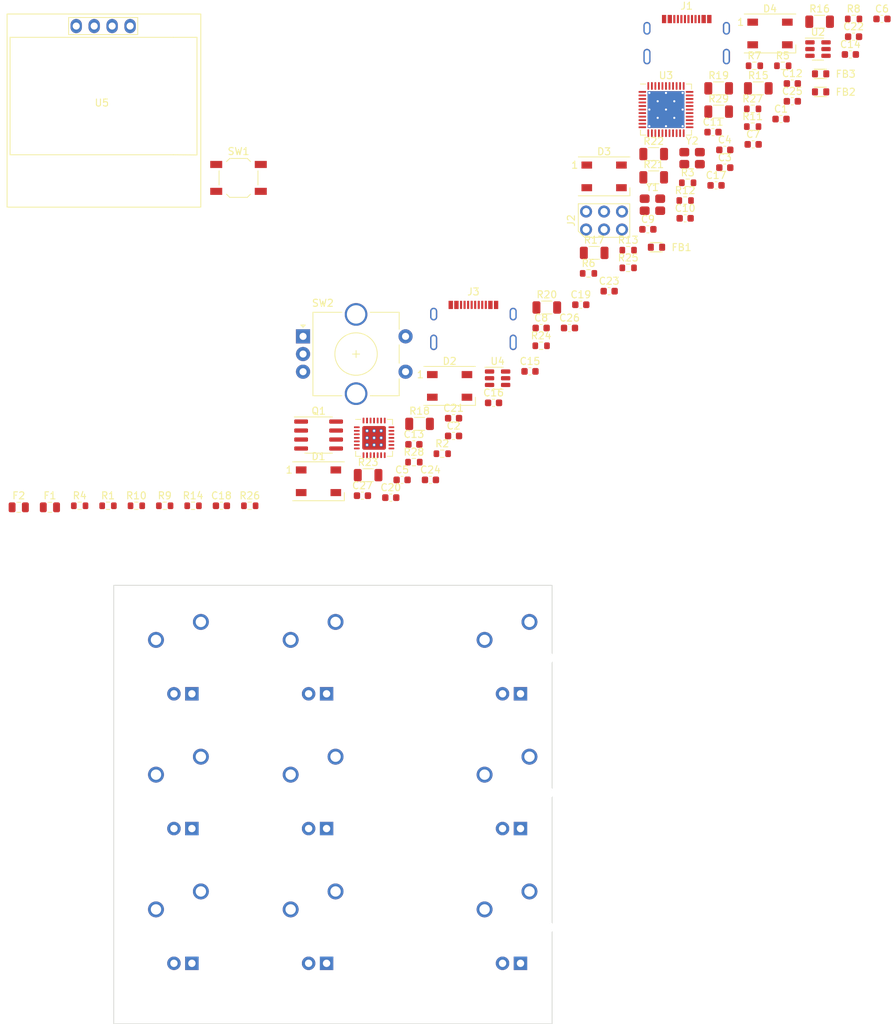
<source format=kicad_pcb>
(kicad_pcb (version 20210424) (generator pcbnew)
  (title_block (title "1337") (date "2021-05-24") (rev "2.1") (company "0xCB") (comment 1 "Conor Burns"))
  (layers (0 "F.Cu" signal) (31 "B.Cu" signal) (34 "B.Paste" user) (35 "F.Paste" user) (36 "B.SilkS" user "B.Silkscreen") (37 "F.SilkS" user "F.Silkscreen") (38 "B.Mask" user) (39 "F.Mask" user) (44 "Edge.Cuts" user))
  (net 0 "")
  (net 1 "+3.3VA")
  (net 2 "GND")
  (net 3 "Net-(C6-Pad1)")
  (net 4 "VCC")
  (net 5 "+3V3")
  (net 6 "Net-(C16-Pad2)")
  (net 7 "Net-(C17-Pad2)")
  (net 8 "Net-(C18-Pad2)")
  (net 9 "Net-(C19-Pad2)")
  (net 10 "Net-(C20-Pad1)")
  (net 11 "Net-(C21-Pad1)")
  (net 12 "EA")
  (net 13 "EB")
  (net 14 "RGB")
  (net 15 "Net-(D1-Pad2)")
  (net 16 "Net-(D2-Pad2)")
  (net 17 "Net-(D3-Pad2)")
  (net 19 "Net-(F1-Pad2)")
  (net 20 "Net-(F2-Pad2)")
  (net 21 "Net-(J1-PadA5)")
  (net 22 "Net-(J1-PadA6)")
  (net 23 "Net-(J1-PadA7)")
  (net 25 "Net-(J1-PadB5)")
  (net 27 "S6")
  (net 28 "S9")
  (net 29 "S5")
  (net 30 "RST")
  (net 31 "Net-(J3-PadA1)")
  (net 33 "Net-(J3-PadA6)")
  (net 34 "Net-(J3-PadA7)")
  (net 38 "S1")
  (net 39 "Net-(MX1-Pad4)")
  (net 40 "S2")
  (net 41 "Net-(MX2-Pad4)")
  (net 42 "S3")
  (net 43 "Net-(MX3-Pad4)")
  (net 44 "S4")
  (net 45 "Net-(MX4-Pad4)")
  (net 46 "Net-(MX5-Pad4)")
  (net 47 "Net-(MX6-Pad4)")
  (net 48 "S7")
  (net 49 "Net-(MX7-Pad4)")
  (net 50 "S8")
  (net 51 "Net-(MX8-Pad4)")
  (net 52 "Net-(MX9-Pad4)")
  (net 53 "Net-(Q1-Pad2)")
  (net 54 "Net-(Q1-Pad5)")
  (net 55 "Net-(R1-Pad2)")
  (net 56 "Net-(R4-Pad2)")
  (net 57 "Net-(R5-Pad1)")
  (net 58 "1D+")
  (net 59 "Net-(R6-Pad1)")
  (net 60 "1D-")
  (net 61 "Net-(R8-Pad2)")
  (net 62 "Net-(R9-Pad2)")
  (net 63 "Net-(R10-Pad2)")
  (net 64 "Net-(R11-Pad2)")
  (net 65 "Net-(R12-Pad2)")
  (net 66 "Net-(R13-Pad1)")
  (net 67 "Net-(R14-Pad2)")
  (net 68 "Net-(R24-Pad2)")
  (net 69 "Net-(R25-Pad2)")
  (net 70 "BL")
  (net 77 "2D+")
  (net 78 "2D-")
  (net 79 "Net-(U1-Pad2)")
  (net 80 "Net-(U1-Pad1)")
  (net 83 "SDA")
  (net 84 "SCL")
  (footprint "Capacitor_SMD:C_0603_1608Metric" (layer "F.Cu") (at 211.205 35.635)
    (fp_text reference "C22" (at 0 -1.43) (layer "F.SilkS"))
    (fp_text value "100n")
    (pad "1" smd roundrect locked (at -0.775 0) (size 0.9 0.95) (layers "F.Cu" "F.Paste" "F.Mask") (net 2 "GND"))
    (pad "2" smd roundrect locked (at 0.775 0) (size 0.9 0.95) (layers "F.Cu" "F.Paste" "F.Mask") (net 4 "VCC"))
  )
  (footprint "Capacitor_SMD:C_0603_1608Metric" (layer "F.Cu") (at 141.725 100.515)
    (fp_text reference "C27" (at 0 -1.43) (layer "F.SilkS"))
    (fp_text value "100n")
    (pad "1" smd roundrect locked (at -0.775 0) (size 0.9 0.95) (layers "F.Cu" "F.Paste" "F.Mask") (net 13 "EB"))
    (pad "2" smd roundrect locked (at 0.775 0) (size 0.9 0.95) (layers "F.Cu" "F.Paste" "F.Mask") (net 2 "GND"))
  )
  (footprint "0xcb:MXOnly-1U" (layer "F.Cu") (at 162.814 123.444)
    (fp_text reference "MX3")
    (fp_text value "MX-LED")
    (pad "" np_thru_hole circle (at 5.08 0 48.0996) (size 1.75 1.75) (drill 1.75) (layers *.Cu *.Mask))
    (pad "" np_thru_hole circle (at -5.08 0 48.0996) (size 1.75 1.75) (drill 1.75) (layers *.Cu *.Mask))
    (pad "" np_thru_hole circle (at 0 0) (size 3.9878 3.9878) (drill 3.9878) (layers *.Cu *.Mask))
    (pad "1" thru_hole circle (at -3.81 -2.54) (size 2.25 2.25) (drill 1.47) (layers *.Cu "B.Mask") (net 42 "S3"))
    (pad "2" thru_hole circle (at 2.54 -5.08) (size 2.25 2.25) (drill 1.47) (layers *.Cu "B.Mask") (net 2 "GND"))
    (pad "3" thru_hole circle (at -1.27 5.08) (size 1.905 1.905) (drill 1.04) (layers *.Cu "B.Mask") (net 4 "VCC"))
    (pad "4" thru_hole rect (at 1.27 5.08) (size 1.905 1.905) (drill 1.04) (layers *.Cu "B.Mask") (net 43 "Net-(MX3-Pad4)"))
  )
  (footprint "Capacitor_SMD:C_0603_1608Metric" (layer "F.Cu") (at 165.425 82.945)
    (fp_text reference "C15" (at 0 -1.43) (layer "F.SilkS"))
    (fp_text value "10u")
    (pad "1" smd roundrect locked (at -0.775 0) (size 0.9 0.95) (layers "F.Cu" "F.Paste" "F.Mask") (net 1 "+3.3VA"))
    (pad "2" smd roundrect locked (at 0.775 0) (size 0.9 0.95) (layers "F.Cu" "F.Paste" "F.Mask") (net 2 "GND"))
  )
  (footprint "Resistor_SMD:R_0603_1608Metric" (layer "F.Cu") (at 197.175 39.745)
    (fp_text reference "R7" (at 0 -1.43) (layer "F.SilkS"))
    (fp_text value "10k")
    (pad "1" smd roundrect locked (at -0.825 0) (size 0.8 0.95) (layers "F.Cu" "F.Paste" "F.Mask") (net 30 "RST"))
    (pad "2" smd roundrect locked (at 0.825 0) (size 0.8 0.95) (layers "F.Cu" "F.Paste" "F.Mask") (net 4 "VCC"))
  )
  (footprint "Resistor_SMD:R_0603_1608Metric" (layer "F.Cu") (at 187.735 56.285)
    (fp_text reference "R3" (at 0 -1.43) (layer "F.SilkS"))
    (fp_text value "5.1k")
    (pad "1" smd roundrect locked (at -0.825 0) (size 0.8 0.95) (layers "F.Cu" "F.Paste" "F.Mask") (net 2 "GND"))
    (pad "2" smd roundrect locked (at 0.825 0) (size 0.8 0.95) (layers "F.Cu" "F.Paste" "F.Mask") (net 25 "Net-(J1-PadB5)"))
  )
  (footprint "Capacitor_SMD:C_0603_1608Metric" (layer "F.Cu") (at 145.735 100.795)
    (fp_text reference "C20" (at 0 -1.43) (layer "F.SilkS"))
    (fp_text value "1u")
    (pad "1" smd roundrect locked (at -0.775 0) (size 0.9 0.95) (layers "F.Cu" "F.Paste" "F.Mask") (net 10 "Net-(C20-Pad1)"))
    (pad "2" smd roundrect locked (at 0.775 0) (size 0.9 0.95) (layers "F.Cu" "F.Paste" "F.Mask") (net 2 "GND"))
  )
  (footprint "Resistor_SMD:R_1206_3216Metric" (layer "F.Cu") (at 167.805 73.915)
    (fp_text reference "R20" (at 0 -1.82) (layer "F.SilkS"))
    (fp_text value "330")
    (pad "1" smd roundrect locked (at -1.4625 0) (size 1.125 1.75) (layers "F.Cu" "F.Paste" "F.Mask") (roundrect_rratio 0.222222) (net 47 "Net-(MX6-Pad4)"))
    (pad "2" smd roundrect locked (at 1.4625 0) (size 1.125 1.75) (layers "F.Cu" "F.Paste" "F.Mask") (roundrect_rratio 0.222222) (net 54 "Net-(Q1-Pad5)"))
  )
  (footprint "Resistor_SMD:R_1206_3216Metric" (layer "F.Cu") (at 149.805 90.365)
    (fp_text reference "R18" (at 0 -1.82) (layer "F.SilkS"))
    (fp_text value "330")
    (pad "1" smd roundrect locked (at -1.4625 0) (size 1.125 1.75) (layers "F.Cu" "F.Paste" "F.Mask") (roundrect_rratio 0.222222) (net 45 "Net-(MX4-Pad4)"))
    (pad "2" smd roundrect locked (at 1.4625 0) (size 1.125 1.75) (layers "F.Cu" "F.Paste" "F.Mask") (roundrect_rratio 0.222222) (net 54 "Net-(Q1-Pad5)"))
  )
  (footprint "LED_SMD:LED_WS2812B_PLCC4_5.0x5.0mm_P3.2mm" (layer "F.Cu") (at 135.51 98.48)
    (fp_text reference "D1" (at 0 -3.5) (layer "F.SilkS"))
    (fp_text value "WS2812B")
    (fp_text user "1" (at -4.15 -1.6) (layer "F.SilkS"))
    (pad "1" smd rect locked (at -2.45 -1.6) (size 1.5 1) (layers "F.Cu" "F.Paste" "F.Mask") (net 4 "VCC"))
    (pad "2" smd rect locked (at -2.45 1.6) (size 1.5 1) (layers "F.Cu" "F.Paste" "F.Mask") (net 15 "Net-(D1-Pad2)"))
    (pad "3" smd rect locked (at 2.45 1.6) (size 1.5 1) (layers "F.Cu" "F.Paste" "F.Mask") (net 2 "GND"))
    (pad "4" smd rect locked (at 2.45 -1.6) (size 1.5 1) (layers "F.Cu" "F.Paste" "F.Mask") (net 14 "RGB"))
  )
  (footprint "0xcb:MXOnly-1U" (layer "F.Cu") (at 135.382 142.494)
    (fp_text reference "MX5")
    (fp_text value "MX-LED")
    (pad "" np_thru_hole circle (at 0 0) (size 3.9878 3.9878) (drill 3.9878) (layers *.Cu *.Mask))
    (pad "" np_thru_hole circle (at 5.08 0 48.0996) (size 1.75 1.75) (drill 1.75) (layers *.Cu *.Mask))
    (pad "" np_thru_hole circle (at -5.08 0 48.0996) (size 1.75 1.75) (drill 1.75) (layers *.Cu *.Mask))
    (pad "1" thru_hole circle (at -3.81 -2.54) (size 2.25 2.25) (drill 1.47) (layers *.Cu "B.Mask") (net 29 "S5"))
    (pad "2" thru_hole circle (at 2.54 -5.08) (size 2.25 2.25) (drill 1.47) (layers *.Cu "B.Mask") (net 2 "GND"))
    (pad "3" thru_hole circle (at -1.27 5.08) (size 1.905 1.905) (drill 1.04) (layers *.Cu "B.Mask") (net 4 "VCC"))
    (pad "4" thru_hole rect (at 1.27 5.08) (size 1.905 1.905) (drill 1.04) (layers *.Cu "B.Mask") (net 46 "Net-(MX5-Pad4)"))
  )
  (footprint "Capacitor_SMD:C_0603_1608Metric" (layer "F.Cu") (at 210.745 38.145)
    (fp_text reference "C14" (at 0 -1.43) (layer "F.SilkS"))
    (fp_text value "100n")
    (pad "1" smd roundrect locked (at -0.775 0) (size 0.9 0.95) (layers "F.Cu" "F.Paste" "F.Mask") (net 5 "+3V3"))
    (pad "2" smd roundrect locked (at 0.775 0) (size 0.9 0.95) (layers "F.Cu" "F.Paste" "F.Mask") (net 2 "GND"))
  )
  (footprint "Resistor_SMD:R_0603_1608Metric" (layer "F.Cu") (at 105.735 101.945)
    (fp_text reference "R1" (at 0 -1.43) (layer "F.SilkS"))
    (fp_text value "10k")
    (pad "1" smd roundrect locked (at -0.825 0) (size 0.8 0.95) (layers "F.Cu" "F.Paste" "F.Mask") (net 5 "+3V3"))
    (pad "2" smd roundrect locked (at 0.825 0) (size 0.8 0.95) (layers "F.Cu" "F.Paste" "F.Mask") (net 55 "Net-(R1-Pad2)"))
  )
  (footprint "Capacitor_SMD:C_0603_1608Metric" (layer "F.Cu") (at 154.615 92.075)
    (fp_text reference "C2" (at 0 -1.43) (layer "F.SilkS"))
    (fp_text value "100n")
    (pad "1" smd roundrect locked (at -0.775 0) (size 0.9 0.95) (layers "F.Cu" "F.Paste" "F.Mask") (net 1 "+3.3VA"))
    (pad "2" smd roundrect locked (at 0.775 0) (size 0.9 0.95) (layers "F.Cu" "F.Paste" "F.Mask") (net 2 "GND"))
  )
  (footprint "Capacitor_SMD:C_0603_1608Metric" (layer "F.Cu") (at 200.935 47.275)
    (fp_text reference "C1" (at 0 -1.43) (layer "F.SilkS"))
    (fp_text value "100n")
    (pad "1" smd roundrect locked (at -0.775 0) (size 0.9 0.95) (layers "F.Cu" "F.Paste" "F.Mask") (net 1 "+3.3VA"))
    (pad "2" smd roundrect locked (at 0.775 0) (size 0.9 0.95) (layers "F.Cu" "F.Paste" "F.Mask") (net 2 "GND"))
  )
  (footprint "Package_SO:SOIC-8_3.9x4.9mm_P1.27mm" (layer "F.Cu") (at 135.525 91.945)
    (fp_text reference "Q1" (at 0 -3.4) (layer "F.SilkS"))
    (fp_text value "FDS9926A")
    (pad "1" smd roundrect locked (at -2.475 -1.905) (size 1.95 0.6) (layers "F.Cu" "F.Paste" "F.Mask") (net 2 "GND"))
    (pad "2" smd roundrect locked (at -2.475 -0.635) (size 1.95 0.6) (layers "F.Cu" "F.Paste" "F.Mask") (net 53 "Net-(Q1-Pad2)"))
    (pad "3" smd roundrect locked (at -2.475 0.635) (size 1.95 0.6) (layers "F.Cu" "F.Paste" "F.Mask") (net 2 "GND"))
    (pad "4" smd roundrect locked (at -2.475 1.905) (size 1.95 0.6) (layers "F.Cu" "F.Paste" "F.Mask") (net 53 "Net-(Q1-Pad2)"))
    (pad "5" smd roundrect locked (at 2.475 1.905) (size 1.95 0.6) (layers "F.Cu" "F.Paste" "F.Mask") (net 54 "Net-(Q1-Pad5)"))
    (pad "6" smd roundrect locked (at 2.475 0.635) (size 1.95 0.6) (layers "F.Cu" "F.Paste" "F.Mask") (net 54 "Net-(Q1-Pad5)"))
    (pad "7" smd roundrect locked (at 2.475 -0.635) (size 1.95 0.6) (layers "F.Cu" "F.Paste" "F.Mask") (net 54 "Net-(Q1-Pad5)"))
    (pad "8" smd roundrect locked (at 2.475 -1.905) (size 1.95 0.6) (layers "F.Cu" "F.Paste" "F.Mask") (net 54 "Net-(Q1-Pad5)"))
  )
  (footprint "Capacitor_SMD:C_0603_1608Metric" (layer "F.Cu") (at 160.275 87.395)
    (fp_text reference "C16" (at 0 -1.43) (layer "F.SilkS"))
    (fp_text value "22p")
    (pad "1" smd roundrect locked (at -0.775 0) (size 0.9 0.95) (layers "F.Cu" "F.Paste" "F.Mask") (net 2 "GND"))
    (pad "2" smd roundrect locked (at 0.775 0) (size 0.9 0.95) (layers "F.Cu" "F.Paste" "F.Mask") (net 6 "Net-(C16-Pad2)"))
  )
  (footprint "Resistor_SMD:R_0603_1608Metric" (layer "F.Cu") (at 117.765 101.945)
    (fp_text reference "R14" (at 0 -1.43) (layer "F.SilkS"))
    (fp_text value "10k")
    (pad "1" smd roundrect locked (at -0.825 0) (size 0.8 0.95) (layers "F.Cu" "F.Paste" "F.Mask") (net 2 "GND"))
    (pad "2" smd roundrect locked (at 0.825 0) (size 0.8 0.95) (layers "F.Cu" "F.Paste" "F.Mask") (net 67 "Net-(R14-Pad2)"))
  )
  (footprint "0xcb:Fuse_0805_2012Metric" (layer "F.Cu") (at 93.105 102.165)
    (fp_text reference "F2" (at 0 -1.65) (layer "F.SilkS"))
    (fp_text value "500mA")
    (pad "1" smd roundrect (at -0.9375 0) (size 0.975 1.4) (layers "F.Cu" "F.Paste" "F.Mask") (net 11 "Net-(C21-Pad1)"))
    (pad "2" smd roundrect (at 0.9375 0) (size 0.975 1.4) (layers "F.Cu" "F.Paste" "F.Mask") (net 20 "Net-(F2-Pad2)"))
  )
  (footprint "Resistor_SMD:R_1206_3216Metric" (layer "F.Cu") (at 206.395 33.515)
    (fp_text reference "R16" (at 0 -1.82) (layer "F.SilkS"))
    (fp_text value "330")
    (pad "1" smd roundrect locked (at -1.4625 0) (size 1.125 1.75) (layers "F.Cu" "F.Paste" "F.Mask") (roundrect_rratio 0.222222) (net 41 "Net-(MX2-Pad4)"))
    (pad "2" smd roundrect locked (at 1.4625 0) (size 1.125 1.75) (layers "F.Cu" "F.Paste" "F.Mask") (roundrect_rratio 0.222222) (net 54 "Net-(Q1-Pad5)"))
  )
  (footprint "Resistor_SMD:R_0603_1608Metric" (layer "F.Cu") (at 125.785 101.945)
    (fp_text reference "R26" (at 0 -1.43) (layer "F.SilkS"))
    (fp_text value "10k")
    (pad "1" smd roundrect locked (at -0.825 0) (size 0.8 0.95) (layers "F.Cu" "F.Paste" "F.Mask") (net 12 "EA"))
    (pad "2" smd roundrect locked (at 0.825 0) (size 0.8 0.95) (layers "F.Cu" "F.Paste" "F.Mask") (net 68 "Net-(R24-Pad2)"))
  )
  (footprint "0xcb:MXOnly-1U" (layer "F.Cu") (at 135.382 123.444)
    (fp_text reference "MX2")
    (fp_text value "MX-LED")
    (pad "" np_thru_hole circle (at -5.08 0 48.0996) (size 1.75 1.75) (drill 1.75) (layers *.Cu *.Mask))
    (pad "" np_thru_hole circle (at 5.08 0 48.0996) (size 1.75 1.75) (drill 1.75) (layers *.Cu *.Mask))
    (pad "" np_thru_hole circle (at 0 0) (size 3.9878 3.9878) (drill 3.9878) (layers *.Cu *.Mask))
    (pad "1" thru_hole circle (at -3.81 -2.54) (size 2.25 2.25) (drill 1.47) (layers *.Cu "B.Mask") (net 40 "S2"))
    (pad "2" thru_hole circle (at 2.54 -5.08) (size 2.25 2.25) (drill 1.47) (layers *.Cu "B.Mask") (net 2 "GND"))
    (pad "3" thru_hole circle (at -1.27 5.08) (size 1.905 1.905) (drill 1.04) (layers *.Cu "B.Mask") (net 4 "VCC"))
    (pad "4" thru_hole rect (at 1.27 5.08) (size 1.905 1.905) (drill 1.04) (layers *.Cu "B.Mask") (net 41 "Net-(MX2-Pad4)"))
  )
  (footprint "0xcb:MXOnly-1U" (layer "F.Cu") (at 162.814 142.494)
    (fp_text reference "MX6")
    (fp_text value "MX-LED")
    (pad "" np_thru_hole circle (at 5.08 0 48.0996) (size 1.75 1.75) (drill 1.75) (layers *.Cu *.Mask))
    (pad "" np_thru_hole circle (at 0 0) (size 3.9878 3.9878) (drill 3.9878) (layers *.Cu *.Mask))
    (pad "" np_thru_hole circle (at -5.08 0 48.0996) (size 1.75 1.75) (drill 1.75) (layers *.Cu *.Mask))
    (pad "1" thru_hole circle (at -3.81 -2.54) (size 2.25 2.25) (drill 1.47) (layers *.Cu "B.Mask") (net 27 "S6"))
    (pad "2" thru_hole circle (at 2.54 -5.08) (size 2.25 2.25) (drill 1.47) (layers *.Cu "B.Mask") (net 2 "GND"))
    (pad "3" thru_hole circle (at -1.27 5.08) (size 1.905 1.905) (drill 1.04) (layers *.Cu "B.Mask") (net 4 "VCC"))
    (pad "4" thru_hole rect (at 1.27 5.08) (size 1.905 1.905) (drill 1.04) (layers *.Cu "B.Mask") (net 47 "Net-(MX6-Pad4)"))
  )
  (footprint "Resistor_SMD:R_0603_1608Metric" (layer "F.Cu") (at 109.745 101.945)
    (fp_text reference "R10" (at 0 -1.43) (layer "F.SilkS"))
    (fp_text value "10k")
    (pad "1" smd roundrect locked (at -0.825 0) (size 0.8 0.95) (layers "F.Cu" "F.Paste" "F.Mask") (net 5 "+3V3"))
    (pad "2" smd roundrect locked (at 0.825 0) (size 0.8 0.95) (layers "F.Cu" "F.Paste" "F.Mask") (net 63 "Net-(R10-Pad2)"))
  )
  (footprint "Capacitor_SMD:C_0603_1608Metric" (layer "F.Cu") (at 182.105 62.865)
    (fp_text reference "C9" (at 0 -1.43) (layer "F.SilkS"))
    (fp_text value "100n")
    (pad "1" smd roundrect locked (at -0.775 0) (size 0.9 0.95) (layers "F.Cu" "F.Paste" "F.Mask") (net 4 "VCC"))
    (pad "2" smd roundrect locked (at 0.775 0) (size 0.9 0.95) (layers "F.Cu" "F.Paste" "F.Mask") (net 2 "GND"))
  )
  (footprint "Capacitor_SMD:C_0603_1608Metric" (layer "F.Cu") (at 151.345 98.285)
    (fp_text reference "C24" (at 0 -1.43) (layer "F.SilkS"))
    (fp_text value "100n")
    (pad "1" smd roundrect locked (at -0.775 0) (size 0.9 0.95) (layers "F.Cu" "F.Paste" "F.Mask") (net 2 "GND"))
    (pad "2" smd roundrect locked (at 0.775 0) (size 0.9 0.95) (layers "F.Cu" "F.Paste" "F.Mask") (net 4 "VCC"))
  )
  (footprint "Package_TO_SOT_SMD:SOT-23-6" (layer "F.Cu") (at 206.165 37.385)
    (fp_text reference "U2" (at 0 -2.4) (layer "F.SilkS"))
    (fp_text value "USBLC6-2SC6")
    (pad "1" smd roundrect locked (at -1.1375 -0.95) (size 1.325 0.6) (layers "F.Cu" "F.Paste" "F.Mask") (net 23 "Net-(J1-PadA7)"))
    (pad "2" smd roundrect locked (at -1.1375 0) (size 1.325 0.6) (layers "F.Cu" "F.Paste" "F.Mask") (net 2 "GND"))
    (pad "3" smd roundrect locked (at -1.1375 0.95) (size 1.325 0.6) (layers "F.Cu" "F.Paste" "F.Mask") (net 22 "Net-(J1-PadA6)"))
    (pad "4" smd roundrect locked (at 1.1375 0.95) (size 1.325 0.6) (layers "F.Cu" "F.Paste" "F.Mask") (net 79 "Net-(U1-Pad2)"))
    (pad "5" smd roundrect locked (at 1.1375 0) (size 1.325 0.6) (layers "F.Cu" "F.Paste" "F.Mask") (net 3 "Net-(C6-Pad1)"))
    (pad "6" smd roundrect locked (at 1.1375 -0.95) (size 1.325 0.6) (layers "F.Cu" "F.Paste" "F.Mask") (net 80 "Net-(U1-Pad1)"))
  )
  (footprint "0xcb:Ferrite_Bead_0603" (layer "F.Cu") (at 206.54 43.435)
    (fp_text reference "FB2" (at 3.542 0.028) (layer "F.SilkS"))
    (fp_text value "600R" hide)
    (pad "1" smd roundrect (at -0.8 0) (size 0.85 1) (layers "F.Cu" "F.Paste" "F.Mask") (roundrect_rratio 0.2) (net 5 "+3V3"))
    (pad "2" smd roundrect (at 0.8 0) (size 0.85 1) (layers "F.Cu" "F.Paste" "F.Mask") (roundrect_rratio 0.2) (net 1 "+3.3VA"))
  )
  (footprint "0xcb:HRO-TYPE-C-31-M-13" (layer "F.Cu") (at 187.595 40.545)
    (fp_text reference "J1" (at 0 -9.25) (layer "F.SilkS"))
    (fp_text value "USB_IN")
    (pad "A1" smd rect (at -3.2 -7.4) (size 0.6 1.15) (layers "F.Cu" "F.Paste" "F.Mask") (net 2 "GND"))
    (pad "A4" smd rect (at -2.4 -7.4) (size 0.6 1.15) (layers "F.Cu" "F.Paste" "F.Mask") (net 3 "Net-(C6-Pad1)"))
    (pad "A5" smd rect (at -1.25 -7.4) (size 0.3 1.15) (layers "F.Cu" "F.Paste" "F.Mask") (net 21 "Net-(J1-PadA5)"))
    (pad "A6" smd rect (at -0.25 -7.4) (size 0.3 1.15) (layers "F.Cu" "F.Paste" "F.Mask") (net 22 "Net-(J1-PadA6)"))
    (pad "A7" smd rect (at 0.25 -7.4) (size 0.3 1.15) (layers "F.Cu" "F.Paste" "F.Mask") (net 23 "Net-(J1-PadA7)"))
    (pad "A8" smd rect (at 1.25 -7.4) (size 0.3 1.15) (layers "F.Cu" "F.Paste" "F.Mask"))
    (pad "A9" smd rect (at 2.4 -7.4) (size 0.6 1.15) (layers "F.Cu" "F.Paste" "F.Mask") (net 3 "Net-(C6-Pad1)"))
    (pad "A12" smd rect (at 3.2 -7.4) (size 0.6 1.15) (layers "F.Cu" "F.Paste" "F.Mask") (net 2 "GND"))
    (pad "B1" smd rect (at 3.2 -7.4) (size 0.6 1.15) (layers "F.Cu" "F.Paste" "F.Mask") (net 2 "GND"))
    (pad "B4" smd rect (at 2.4 -7.4) (size 0.6 1.15) (layers "F.Cu" "F.Paste" "F.Mask") (net 3 "Net-(C6-Pad1)"))
    (pad "B5" smd rect (at 1.75 -7.4) (size 0.3 1.15) (layers "F.Cu" "F.Paste" "F.Mask") (net 25 "Net-(J1-PadB5)"))
    (pad "B6" smd rect (at 0.75 -7.4) (size 0.3 1.15) (layers "F.Cu" "F.Paste" "F.Mask") (net 22 "Net-(J1-PadA6)"))
    (pad "B7" smd rect (at -0.75 -7.4) (size 0.3 1.15) (layers "F.Cu" "F.Paste" "F.Mask") (net 23 "Net-(J1-PadA7)"))
    (pad "B8" smd rect (at -1.75 -7.4) (size 0.3 1.15) (layers "F.Cu" "F.Paste" "F.Mask"))
    (pad "B9" smd rect (at -2.4 -7.4) (size 0.6 1.15) (layers "F.Cu" "F.Paste" "F.Mask") (net 3 "Net-(C6-Pad1)"))
    (pad "B12" smd rect (at -3.2 -7.4) (size 0.6 1.15) (layers "F.Cu" "F.Paste" "F.Mask") (net 2 "GND"))
    (pad "S1" thru_hole oval (at -5.62 -6.1) (size 1 1.8) (drill oval 0.6 1.4) (layers *.Cu *.Mask) (net 2 "GND"))
    (pad "S1" thru_hole oval (at 5.62 -2.1) (size 1 2.2) (drill oval 0.6 1.8) (layers *.Cu *.Mask) (net 2 "GND"))
    (pad "S1" thru_hole oval (at 5.62 -6.1) (size 1 1.8) (drill oval 0.6 1.4) (layers *.Cu *.Mask) (net 2 "GND"))
    (pad "S1" thru_hole oval (at -5.62 -2.1) (size 1 2.2) (drill oval 0.6 1.8) (layers *.Cu *.Mask) (net 2 "GND"))
  )
  (footprint "Resistor_SMD:R_1206_3216Metric" (layer "F.Cu") (at 182.925 55.515)
    (fp_text reference "R21" (at 0 -1.82) (layer "F.SilkS"))
    (fp_text value "330")
    (pad "1" smd roundrect locked (at -1.4625 0) (size 1.125 1.75) (layers "F.Cu" "F.Paste" "F.Mask") (roundrect_rratio 0.222222) (net 49 "Net-(MX7-Pad4)"))
    (pad "2" smd roundrect locked (at 1.4625 0) (size 1.125 1.75) (layers "F.Cu" "F.Paste" "F.Mask") (roundrect_rratio 0.222222) (net 54 "Net-(Q1-Pad5)"))
  )
  (footprint "Capacitor_SMD:C_0603_1608Metric" (layer "F.Cu") (at 154.615 89.565)
    (fp_text reference "C21" (at 0 -1.43) (layer "F.SilkS"))
    (fp_text value "100n")
    (pad "1" smd roundrect locked (at -0.775 0) (size 0.9 0.95) (layers "F.Cu" "F.Paste" "F.Mask") (net 11 "Net-(C21-Pad1)"))
    (pad "2" smd roundrect locked (at 0.775 0) (size 0.9 0.95) (layers "F.Cu" "F.Paste" "F.Mask") (net 2 "GND"))
  )
  (footprint "Resistor_SMD:R_1206_3216Metric" (layer "F.Cu") (at 182.925 52.225)
    (fp_text reference "R22" (at 0 -1.82) (layer "F.SilkS"))
    (fp_text value "330")
    (pad "1" smd roundrect locked (at -1.4625 0) (size 1.125 1.75) (layers "F.Cu" "F.Paste" "F.Mask") (roundrect_rratio 0.222222) (net 51 "Net-(MX8-Pad4)"))
    (pad "2" smd roundrect locked (at 1.4625 0) (size 1.125 1.75) (layers "F.Cu" "F.Paste" "F.Mask") (roundrect_rratio 0.222222) (net 54 "Net-(Q1-Pad5)"))
  )
  (footprint "Resistor_SMD:R_0603_1608Metric" (layer "F.Cu") (at 167.005 79.325)
    (fp_text reference "R24" (at 0 -1.43) (layer "F.SilkS"))
    (fp_text value "10k")
    (pad "1" smd roundrect locked (at -0.825 0) (size 0.8 0.95) (layers "F.Cu" "F.Paste" "F.Mask") (net 4 "VCC"))
    (pad "2" smd roundrect locked (at 0.825 0) (size 0.8 0.95) (layers "F.Cu" "F.Paste" "F.Mask") (net 68 "Net-(R24-Pad2)"))
  )
  (footprint "0xcb:Crystal_SMD_3225-4Pin_3.2x2.5mm" (layer "F.Cu") (at 182.745 59.385)
    (fp_text reference "Y1" (at 0 -2.45) (layer "F.SilkS"))
    (fp_text value "12MHz")
    (pad "1" smd roundrect (at -1.1 0.85) (size 1.4 1.2) (layers "F.Cu" "F.Paste" "F.Mask") (net 6 "Net-(C16-Pad2)"))
    (pad "2" smd roundrect (at 1.1 0.85) (size 1.4 1.2) (layers "F.Cu" "F.Paste" "F.Mask") (net 2 "GND"))
    (pad "3" smd roundrect (at 1.1 -0.85) (size 1.4 1.2) (layers "F.Cu" "F.Paste" "F.Mask") (net 7 "Net-(C17-Pad2)"))
    (pad "4" smd roundrect (at -1.1 -0.85) (size 1.4 1.2) (layers "F.Cu" "F.Paste" "F.Mask") (net 2 "GND"))
  )
  (footprint "LED_SMD:LED_WS2812B_PLCC4_5.0x5.0mm_P3.2mm" (layer "F.Cu") (at 199.38 35.18)
    (fp_text reference "D4" (at 0 -3.5) (layer "F.SilkS"))
    (fp_text value "WS2812B")
    (fp_text user "1" (at -4.15 -1.6) (layer "F.SilkS"))
    (pad "1" smd rect locked (at -2.45 -1.6) (size 1.5 1) (layers "F.Cu" "F.Paste" "F.Mask") (net 4 "VCC"))
    (pad "2" smd rect locked (at -2.45 1.6) (size 1.5 1) (layers "F.Cu" "F.Paste" "F.Mask"))
    (pad "3" smd rect locked (at 2.45 1.6) (size 1.5 1) (layers "F.Cu" "F.Paste" "F.Mask") (net 2 "GND"))
    (pad "4" smd rect locked (at 2.45 -1.6) (size 1.5 1) (layers "F.Cu" "F.Paste" "F.Mask") (net 17 "Net-(D3-Pad2)"))
  )
  (footprint "Capacitor_SMD:C_0603_1608Metric" (layer "F.Cu") (at 196.995 50.855)
    (fp_text reference "C7" (at 0 -1.43) (layer "F.SilkS"))
    (fp_text value "100n")
    (pad "1" smd roundrect locked (at -0.775 0) (size 0.9 0.95) (layers "F.Cu" "F.Paste" "F.Mask") (net 4 "VCC"))
    (pad "2" smd roundrect locked (at 0.775 0) (size 0.9 0.95) (layers "F.Cu" "F.Paste" "F.Mask") (net 2 "GND"))
  )
  (footprint "Capacitor_SMD:C_0603_1608Metric" (layer "F.Cu") (at 171.015 76.815)
    (fp_text reference "C26" (at 0 -1.43) (layer "F.SilkS"))
    (fp_text value "100n")
    (pad "1" smd roundrect locked (at -0.775 0) (size 0.9 0.95) (layers "F.Cu" "F.Paste" "F.Mask") (net 12 "EA"))
    (pad "2" smd roundrect locked (at 0.775 0) (size 0.9 0.95) (layers "F.Cu" "F.Paste" "F.Mask") (net 2 "GND"))
  )
  (footprint "0xcb:HRO-TYPE-C-31-M-13" (layer "F.Cu") (at 157.425 80.945)
    (fp_text reference "J3" (at 0 -9.25) (layer "F.SilkS"))
    (fp_text value "USB_OUT")
    (pad "A1" smd rect (at -3.2 -7.4) (size 0.6 1.15) (layers "F.Cu" "F.Paste" "F.Mask") (net 31 "Net-(J3-PadA1)"))
    (pad "A4" smd rect (at -2.4 -7.4) (size 0.6 1.15) (layers "F.Cu" "F.Paste" "F.Mask") (net 11 "Net-(C21-Pad1)"))
    (pad "A5" smd rect (at -1.25 -7.4) (size 0.3 1.15) (layers "F.Cu" "F.Paste" "F.Mask"))
    (pad "A6" smd rect (at -0.25 -7.4) (size 0.3 1.15) (layers "F.Cu" "F.Paste" "F.Mask") (net 33 "Net-(J3-PadA6)"))
    (pad "A7" smd rect (at 0.25 -7.4) (size 0.3 1.15) (layers "F.Cu" "F.Paste" "F.Mask") (net 34 "Net-(J3-PadA7)"))
    (pad "A8" smd rect (at 1.25 -7.4) (size 0.3 1.15) (layers "F.Cu" "F.Paste" "F.Mask"))
    (pad "A9" smd rect (at 2.4 -7.4) (size 0.6 1.15) (layers "F.Cu" "F.Paste" "F.Mask") (net 11 "Net-(C21-Pad1)"))
    (pad "A12" smd rect (at 3.2 -7.4) (size 0.6 1.15) (layers "F.Cu" "F.Paste" "F.Mask") (net 31 "Net-(J3-PadA1)"))
    (pad "B1" smd rect (at 3.2 -7.4) (size 0.6 1.15) (layers "F.Cu" "F.Paste" "F.Mask") (net 31 "Net-(J3-PadA1)"))
    (pad "B4" smd rect (at 2.4 -7.4) (size 0.6 1.15) (layers "F.Cu" "F.Paste" "F.Mask") (net 11 "Net-(C21-Pad1)"))
    (pad "B5" smd rect (at 1.75 -7.4) (size 0.3 1.15) (layers "F.Cu" "F.Paste" "F.Mask"))
    (pad "B6" smd rect (at 0.75 -7.4) (size 0.3 1.15) (layers "F.Cu" "F.Paste" "F.Mask") (net 33 "Net-(J3-PadA6)"))
    (pad "B7" smd rect (at -0.75 -7.4) (size 0.3 1.15) (layers "F.Cu" "F.Paste" "F.Mask") (net 34 "Net-(J3-PadA7)"))
    (pad "B8" smd rect (at -1.75 -7.4) (size 0.3 1.15) (layers "F.Cu" "F.Paste" "F.Mask"))
    (pad "B9" smd rect (at -2.4 -7.4) (size 0.6 1.15) (layers "F.Cu" "F.Paste" "F.Mask") (net 11 "Net-(C21-Pad1)"))
    (pad "B12" smd rect (at -3.2 -7.4) (size 0.6 1.15) (layers "F.Cu" "F.Paste" "F.Mask") (net 31 "Net-(J3-PadA1)"))
    (pad "S1" thru_hole oval (at 5.62 -2.1) (size 1 2.2) (drill oval 0.6 1.8) (layers *.Cu *.Mask) (net 31 "Net-(J3-PadA1)"))
    (pad "S1" thru_hole oval (at -5.62 -2.1) (size 1 2.2) (drill oval 0.6 1.8) (layers *.Cu *.Mask) (net 31 "Net-(J3-PadA1)"))
    (pad "S1" thru_hole oval (at -5.62 -6.1) (size 1 1.8) (drill oval 0.6 1.4) (layers *.Cu *.Mask) (net 31 "Net-(J3-PadA1)"))
    (pad "S1" thru_hole oval (at 5.62 -6.1) (size 1 1.8) (drill oval 0.6 1.4) (layers *.Cu *.Mask) (net 31 "Net-(J3-PadA1)"))
  )
  (footprint "0xcb:QFN-44-1EP_7x7mm_P0.5mm_EP5.2x5.2mm_ThermalVias" (layer "F.Cu") (at 184.665 45.935)
    (fp_text reference "U3" (at 0 -4.82) (layer "F.SilkS"))
    (fp_text value "ATMEGA32U4")
    (pad "1" smd roundrect (at -3.3375 -2.5) (size 1.075 0.25) (layers "F.Cu" "F.Paste" "F.Mask") (net 48 "S7"))
    (pad "2" smd roundrect (at -3.3375 -2) (size 1.075 0.25) (layers "F.Cu" "F.Paste" "F.Mask") (net 4 "VCC"))
    (pad "3" smd roundrect (at -3.3375 -1.5) (size 1.075 0.25) (layers "F.Cu" "F.Paste" "F.Mask") (net 59 "Net-(R6-Pad1)"))
    (pad "4" smd roundrect (at -3.3375 -1) (size 1.075 0.25) (layers "F.Cu" "F.Paste" "F.Mask") (net 57 "Net-(R5-Pad1)"))
    (pad "5" smd roundrect (at -3.3375 -0.5) (size 1.075 0.25) (layers "F.Cu" "F.Paste" "F.Mask") (net 2 "GND"))
    (pad "6" smd roundrect (at -3.3375 0) (size 1.075 0.25) (layers "F.Cu" "F.Paste" "F.Mask") (net 10 "Net-(C20-Pad1)"))
    (pad "7" smd roundrect (at -3.3375 0.5) (size 1.075 0.25) (layers "F.Cu" "F.Paste" "F.Mask") (net 4 "VCC"))
    (pad "8" smd roundrect (at -3.3375 1) (size 1.075 0.25) (layers "F.Cu" "F.Paste" "F.Mask"))
    (pad "9" smd roundrect (at -3.3375 1.5) (size 1.075 0.25) (layers "F.Cu" "F.Paste" "F.Mask") (net 29 "S5"))
    (pad "10" smd roundrect (at -3.3375 2) (size 1.075 0.25) (layers "F.Cu" "F.Paste" "F.Mask") (net 28 "S9"))
    (pad "11" smd roundrect (at -3.3375 2.5) (size 1.075 0.25) (layers "F.Cu" "F.Paste" "F.Mask") (net 27 "S6"))
    (pad "12" smd roundrect (at -2.5 3.3375) (size 0.25 1.075) (layers "F.Cu" "F.Paste" "F.Mask"))
    (pad "13" smd roundrect (at -2 3.3375) (size 0.25 1.075) (layers "F.Cu" "F.Paste" "F.Mask") (net 30 "RST"))
    (pad "14" smd roundrect (at -1.5 3.3375) (size 0.25 1.075) (layers "F.Cu" "F.Paste" "F.Mask") (net 4 "VCC"))
    (pad "15" smd roundrect (at -1 3.3375) (size 0.25 1.075) (layers "F.Cu" "F.Paste" "F.Mask") (net 2 "GND"))
    (pad "16" smd roundrect (at -0.5 3.3375) (size 0.25 1.075) (layers "F.Cu" "F.Paste" "F.Mask") (net 8 "Net-(C18-Pad2)"))
    (pad "17" smd roundrect (at 0 3.3375) (size 0.25 1.075) (layers "F.Cu" "F.Paste" "F.Mask") (net 9 "Net-(C19-Pad2)"))
    (pad "18" smd roundrect (at 0.5 3.3375) (size 0.25 1.075) (layers "F.Cu" "F.Paste" "F.Mask") (net 83 "SDA"))
    (pad "19" smd roundrect (at 1 3.3375) (size 0.25 1.075) (layers "F.Cu" "F.Paste" "F.Mask") (net 84 "SCL"))
    (pad "20" smd roundrect (at 1.5 3.3375) (size 0.25 1.075) (layers "F.Cu" "F.Paste" "F.Mask") (net 38 "S1"))
    (pad "21" smd roundrect (at 2 3.3375) (size 0.25 1.075) (layers "F.Cu" "F.Paste" "F.Mask") (net 14 "RGB"))
    (pad "22" smd roundrect (at 2.5 3.3375) (size 0.25 1.075) (layers "F.Cu" "F.Paste" "F.Mask"))
    (pad "23" smd roundrect (at 3.3375 2.5) (size 1.075 0.25) (layers "F.Cu" "F.Paste" "F.Mask") (net 2 "GND"))
    (pad "24" smd roundrect (at 3.3375 2) (size 1.075 0.25) (layers "F.Cu" "F.Paste" "F.Mask") (net 4 "VCC"))
    (pad "25" smd roundrect (at 3.3375 1.5) (size 1.075 0.25) (layers "F.Cu" "F.Paste" "F.Mask") (net 40 "S2"))
    (pad "26" smd roundrect (at 3.3375 1) (size 1.075 0.25) (layers "F.Cu" "F.Paste" "F.Mask"))
    (pad "27" smd roundrect (at 3.3375 0.5) (size 1.075 0.25) (layers "F.Cu" "F.Paste" "F.Mask") (net 44 "S4"))
    (pad "28" smd roundrect (at 3.3375 0) (size 1.075 0.25) (layers "F.Cu" "F.Paste" "F.Mask") (net 50 "S8"))
    (pad "29" smd roundrect (at 3.3375 -0.5) (size 1.075 0.25) (layers "F.Cu" "F.Paste" "F.Mask") (net 70 "BL"))
    (pad "30" smd roundrect (at 3.3375 -1) (size 1.075 0.25) (layers "F.Cu" "F.Paste" "F.Mask"))
    (pad "31" smd roundrect (at 3.3375 -1.5) (size 1.075 0.25) (layers "F.Cu" "F.Paste" "F.Mask"))
    (pad "32" smd roundrect (at 3.3375 -2) (size 1.075 0.25) (layers "F.Cu" "F.Paste" "F.Mask"))
    (pad "33" smd roundrect (at 3.3375 -2.5) (size 1.075 0.25) (layers "F.Cu" "F.Paste" "F.Mask") (net 67 "Net-(R14-Pad2)"))
    (pad "34" smd roundrect (at 2.5 -3.3375) (size 0.25 1.075) (layers "F.Cu" "F.Paste" "F.Mask") (net 4 "VCC"))
    (pad "35" smd roundrect (at 2 -3.3375) (size 0.25 1.075) (layers "F.Cu" "F.Paste" "F.Mask") (net 2 "GND"))
    (pad "36" smd roundrect (at 1.5 -3.3375) (size 0.25 1.075) (layers "F.Cu" "F.Paste" "F.Mask"))
    (pad "37" smd roundrect (at 1 -3.3375) (size 0.25 1.075) (layers "F.Cu" "F.Paste" "F.Mask") (net 13 "EB"))
    (pad "38" smd roundrect (at 0.5 -3.3375) (size 0.25 1.075) (layers "F.Cu" "F.Paste" "F.Mask") (net 12 "EA"))
    (pad "39" smd roundrect (at 0 -3.3375) (size 0.25 1.075) (layers "F.Cu" "F.Paste" "F.Mask") (net 42 "S3"))
    (pad "40" smd roundrect (at -0.5 -3.3375) (size 0.25 1.075) (layers "F.Cu" "F.Paste" "F.Mask"))
    (pad "41" smd roundrect (at -1 -3.3375) (size 0.25 1.075) (layers "F.Cu" "F.Paste" "F.Mask"))
    (pad "42" smd roundrect (at -1.5 -3.3375) (size 0.25 1.075) (layers "F.Cu" "F.Paste" "F.Mask"))
    (pad "43" smd roundrect (at -2 -3.3375) (size 0.25 1.075) (layers "F.Cu" "F.Paste" "F.Mask") (net 2 "GND"))
    (pad "44" smd roundrect (at -2.5 -3.3375) (size 0.25 1.075) (layers "F.Cu" "F.Paste" "F.Mask") (net 4 "VCC"))
    (pad "45" thru_hole circle (at 2.35 -2.35) (size 0.5 0.5) (drill 0.3) (layers *.Cu) (net 2 "GND"))
    (pad "45" smd rect (at 0 0) (size 5.2 5.2) (layers "F.Cu" "F.Mask") (net 2 "GND"))
    (pad "45" thru_hole circle (at 1.175 -1.175) (size 0.5 0.5) (drill 0.3) (layers *.Cu) (net 2 "GND"))
    (pad "45" thru_hole circle (at 2.35 0) (size 0.5 0.5) (drill 0.3) (layers *.Cu) (net 2 "GND"))
    (pad "45" thru_hole circle (at 2.35 2.35) (size 0.5 0.5) (drill 0.3) (layers *.Cu) (net 2 "GND"))
    (pad "45" thru_hole circle (at 0 -2.35) (size 0.5 0.5) (drill 0.3) (layers *.Cu) (net 2 "GND"))
    (pad "45" smd rect (at 0 0) (size 5.2 5.2) (layers "B.Cu") (net 2 "GND"))
    (pad "45" thru_hole circle (at 0 2.35) (size 0.5 0.5) (drill 0.3) (layers *.Cu) (net 2 "GND"))
    (pad "45" thru_hole circle (at -1.175 -1.175) (size 0.5 0.5) (drill 0.3) (layers *.Cu) (net 2 "GND"))
    (pad "45" thru_hole circle (at -1.175 1.175) (size 0.5 0.5) (drill 0.3) (layers *.Cu) (net 2 "GND"))
    (pad "45" thru_hole circle (at -2.35 0) (size 0.5 0.5) (drill 0.3) (layers *.Cu) (net 2 "GND"))
    (pad "45" thru_hole circle (at 1.175 1.175) (size 0.5 0.5) (drill 0.3) (layers *.Cu) (net 2 "GND"))
    (pad "45" thru_hole circle (at 0 0) (size 0.5 0.5) (drill 0.3) (layers *.Cu) (net 2 "GND"))
    (pad "45" thru_hole circle (at -2.35 -2.35) (size 0.5 0.5) (drill 0.3) (layers *.Cu) (net 2 "GND"))
    (pad "45" thru_hole circle (at -2.35 2.35) (size 0.5 0.5) (drill 0.3) (layers *.Cu) (net 2 "GND"))
  )
  (footprint "Capacitor_SMD:C_0603_1608Metric" (layer "F.Cu") (at 149.005 93.265)
    (fp_text reference "C13" (at 0 -1.43) (layer "F.SilkS"))
    (fp_text value "100n")
    (pad "1" smd roundrect locked (at -0.775 0) (size 0.9 0.95) (layers "F.Cu" "F.Paste" "F.Mask") (net 5 "+3V3"))
    (pad "2" smd roundrect locked (at 0.775 0) (size 0.9 0.95) (layers "F.Cu" "F.Paste" "F.Mask") (net 2 "GND"))
  )
  (footprint "Capacitor_SMD:C_0603_1608Metric" (layer "F.Cu") (at 176.625 71.605)
    (fp_text reference "C23" (at 0 -1.43) (layer "F.SilkS"))
    (fp_text value "100n")
    (pad "1" smd roundrect locked (at -0.775 0) (size 0.9 0.95) (layers "F.Cu" "F.Paste" "F.Mask") (net 2 "GND"))
    (pad "2" smd roundrect locked (at 0.775 0) (size 0.9 0.95) (layers "F.Cu" "F.Paste" "F.Mask") (net 4 "VCC"))
  )
  (footprint "0xcb:Ferrite_Bead_0603" (layer "F.Cu") (at 183.32 65.395)
    (fp_text reference "FB1" (at 3.542 0.028) (layer "F.SilkS"))
    (fp_text value "600R" hide)
    (pad "1" smd roundrect (at -0.8 0) (size 0.85 1) (layers "F.Cu" "F.Paste" "F.Mask") (roundrect_rratio 0.2) (net 19 "Net-(F1-Pad2)"))
    (pad "2" smd roundrect (at 0.8 0) (size 0.85 1) (layers "F.Cu" "F.Paste" "F.Mask") (roundrect_rratio 0.2) (net 4 "VCC"))
  )
  (footprint "Capacitor_SMD:C_0603_1608Metric" (layer "F.Cu") (at 192.985 51.635)
    (fp_text reference "C4" (at 0 -1.43) (layer "F.SilkS"))
    (fp_text value "1u")
    (pad "1" smd roundrect locked (at -0.775 0) (size 0.9 0.95) (layers "F.Cu" "F.Paste" "F.Mask") (net 1 "+3.3VA"))
    (pad "2" smd roundrect locked (at 0.775 0) (size 0.9 0.95) (layers "F.Cu" "F.Paste" "F.Mask") (net 2 "GND"))
  )
  (footprint "LED_SMD:LED_WS2812B_PLCC4_5.0x5.0mm_P3.2mm" (layer "F.Cu") (at 154.06 85)
    (fp_text reference "D2" (at 0 -3.5) (layer "F.SilkS"))
    (fp_text value "WS2812B")
    (fp_text user "1" (at -4.15 -1.6) (layer "F.SilkS"))
    (pad "1" smd rect locked (at -2.45 -1.6) (size 1.5 1) (layers "F.Cu" "F.Paste" "F.Mask") (net 4 "VCC"))
    (pad "2" smd rect locked (at -2.45 1.6) (size 1.5 1) (layers "F.Cu" "F.Paste" "F.Mask") (net 16 "Net-(D2-Pad2)"))
    (pad "3" smd rect locked (at 2.45 1.6) (size 1.5 1) (layers "F.Cu" "F.Paste" "F.Mask") (net 2 "GND"))
    (pad "4" smd rect locked (at 2.45 -1.6) (size 1.5 1) (layers "F.Cu" "F.Paste" "F.Mask") (net 15 "Net-(D1-Pad2)"))
  )
  (footprint "Resistor_SMD:R_0603_1608Metric" (layer "F.Cu") (at 113.755 101.945)
    (fp_text reference "R9" (at 0 -1.43) (layer "F.SilkS"))
    (fp_text value "10k")
    (pad "1" smd roundrect locked (at -0.825 0) (size 0.8 0.95) (layers "F.Cu" "F.Paste" "F.Mask") (net 5 "+3V3"))
    (pad "2" smd roundrect locked (at 0.825 0) (size 0.8 0.95) (layers "F.Cu" "F.Paste" "F.Mask") (net 62 "Net-(R9-Pad2)"))
  )
  (footprint "Package_TO_SOT_SMD:SOT-23-6" (layer "F.Cu") (at 160.845 83.915)
    (fp_text reference "U4" (at 0 -2.4) (layer "F.SilkS"))
    (fp_text value "USBLC6-2SC6")
    (pad "1" smd roundrect locked (at -1.1375 -0.95) (size 1.325 0.6) (layers "F.Cu" "F.Paste" "F.Mask") (net 34 "Net-(J3-PadA7)"))
    (pad "2" smd roundrect locked (at -1.1375 0) (size 1.325 0.6) (layers "F.Cu" "F.Paste" "F.Mask") (net 2 "GND"))
    (pad "3" smd roundrect locked (at -1.1375 0.95) (size 1.325 0.6) (layers "F.Cu" "F.Paste" "F.Mask") (net 33 "Net-(J3-PadA6)"))
    (pad "4" smd roundrect locked (at 1.1375 0.95) (size 1.325 0.6) (layers "F.Cu" "F.Paste" "F.Mask") (net 77 "2D+"))
    (pad "5" smd roundrect locked (at 1.1375 0) (size 1.325 0.6) (layers "F.Cu" "F.Paste" "F.Mask") (net 11 "Net-(C21-Pad1)"))
    (pad "6" smd roundrect locked (at 1.1375 -0.95) (size 1.325 0.6) (layers "F.Cu" "F.Paste" "F.Mask") (net 78 "2D-"))
  )
  (footprint "Resistor_SMD:R_0603_1608Metric" (layer "F.Cu") (at 196.925 48.345)
    (fp_text reference "R11" (at 0 -1.43) (layer "F.SilkS"))
    (fp_text value "10k")
    (pad "1" smd roundrect locked (at -0.825 0) (size 0.8 0.95) (layers "F.Cu" "F.Paste" "F.Mask") (net 5 "+3V3"))
    (pad "2" smd roundrect locked (at 0.825 0) (size 0.8 0.95) (layers "F.Cu" "F.Paste" "F.Mask") (net 64 "Net-(R11-Pad2)"))
  )
  (footprint "Capacitor_SMD:C_0603_1608Metric" (layer "F.Cu") (at 192.985 54.145)
    (fp_text reference "C3" (at 0 -1.43) (layer "F.SilkS"))
    (fp_text value "100n")
    (pad "1" smd roundrect locked (at -0.775 0) (size 0.9 0.95) (layers "F.Cu" "F.Paste" "F.Mask") (net 1 "+3.3VA"))
    (pad "2" smd roundrect locked (at 0.775 0) (size 0.9 0.95) (layers "F.Cu" "F.Paste" "F.Mask") (net 2 "GND"))
  )
  (footprint "0xcb:MXOnly-1U" (layer "F.Cu") (at 116.332 142.494)
    (fp_text reference "MX4")
    (fp_text value "MX-LED")
    (pad "" np_thru_hole circle (at 0 0) (size 3.9878 3.9878) (drill 3.9878) (layers *.Cu *.Mask))
    (pad "" np_thru_hole circle (at 5.08 0 48.0996) (size 1.75 1.75) (drill 1.75) (layers *.Cu *.Mask))
    (pad "" np_thru_hole circle (at -5.08 0 48.0996) (size 1.75 1.75) (drill 1.75) (layers *.Cu *.Mask))
    (pad "1" thru_hole circle (at -3.81 -2.54) (size 2.25 2.25) (drill 1.47) (layers *.Cu "B.Mask") (net 44 "S4"))
    (pad "2" thru_hole circle (at 2.54 -5.08) (size 2.25 2.25) (drill 1.47) (layers *.Cu "B.Mask") (net 2 "GND"))
    (pad "3" thru_hole circle (at -1.27 5.08) (size 1.905 1.905) (drill 1.04) (layers *.Cu "B.Mask") (net 4 "VCC"))
    (pad "4" thru_hole rect (at 1.27 5.08) (size 1.905 1.905) (drill 1.04) (layers *.Cu "B.Mask") (net 45 "Net-(MX4-Pad4)"))
  )
  (footprint "Resistor_SMD:R_0603_1608Metric" (layer "F.Cu") (at 179.315 68.315)
    (fp_text reference "R25" (at 0 -1.43) (layer "F.SilkS"))
    (fp_text value "10k")
    (pad "1" smd roundrect locked (at -0.825 0) (size 0.8 0.95) (layers "F.Cu" "F.Paste" "F.Mask") (net 4 "VCC"))
    (pad "2" smd roundrect locked (at 0.825 0) (size 0.8 0.95) (layers "F.Cu" "F.Paste" "F.Mask") (net 69 "Net-(R25-Pad2)"))
  )
  (footprint "0xcb:MXOnly-1U" (layer "F.Cu") (at 116.332 123.444)
    (fp_text reference "MX1")
    (fp_text value "MX-LED")
    (pad "" np_thru_hole circle (at 5.08 0 48.0996) (size 1.75 1.75) (drill 1.75) (layers *.Cu *.Mask))
    (pad "" np_thru_hole circle (at 0 0) (size 3.9878 3.9878) (drill 3.9878) (layers *.Cu *.Mask))
    (pad "" np_thru_hole circle (at -5.08 0 48.0996) (size 1.75 1.75) (drill 1.75) (layers *.Cu *.Mask))
    (pad "1" thru_hole circle (at -3.81 -2.54) (size 2.25 2.25) (drill 1.47) (layers *.Cu "B.Mask") (net 38 "S1"))
    (pad "2" thru_hole circle (at 2.54 -5.08) (size 2.25 2.25) (drill 1.47) (layers *.Cu "B.Mask") (net 2 "GND"))
    (pad "3" thru_hole circle (at -1.27 5.08) (size 1.905 1.905) (drill 1.04) (layers *.Cu "B.Mask") (net 4 "VCC"))
    (pad "4" thru_hole rect (at 1.27 5.08) (size 1.905 1.905) (drill 1.04) (layers *.Cu "B.Mask") (net 39 "Net-(MX1-Pad4)"))
  )
  (footprint "Resistor_SMD:R_1206_3216Metric" (layer "F.Cu") (at 174.505 66.195)
    (fp_text reference "R17" (at 0 -1.82) (layer "F.SilkS"))
    (fp_text value "330")
    (pad "1" smd roundrect locked (at -1.4625 0) (size 1.125 1.75) (layers "F.Cu" "F.Paste" "F.Mask") (roundrect_rratio 0.222222) (net 43 "Net-(MX3-Pad4)"))
    (pad "2" smd roundrect locked (at 1.4625 0) (size 1.125 1.75) (layers "F.Cu" "F.Paste" "F.Mask") (roundrect_rratio 0.222222) (net 54 "Net-(Q1-Pad5)"))
  )
  (footprint "Resistor_SMD:R_0603_1608Metric" (layer "F.Cu") (at 179.315 65.805)
    (fp_text reference "R13" (at 0 -1.43) (layer "F.SilkS"))
    (fp_text value "649")
    (pad "1" smd roundrect locked (at -0.825 0) (size 0.8 0.95) (layers "F.Cu" "F.Paste" "F.Mask") (net 66 "Net-(R13-Pad1)"))
    (pad "2" smd roundrect locked (at 0.825 0) (size 0.8 0.95) (layers "F.Cu" "F.Paste" "F.Mask") (net 2 "GND"))
  )
  (footprint "0xcb:128x64OLED" (layer "F.Cu") (at 104.86 44.73)
    (fp_text reference "U5" (at 0 0.254) (layer "F.SilkS"))
    (fp_text value "SSD1306")
    (pad "1" thru_hole oval (at -3.62 -10.6 90) (size 2 1.6) (drill 1) (layers *.Cu *.Mask) (net 2 "GND"))
    (pad "2" thru_hole oval (at -1.08 -10.6 90) (size 2 1.6) (drill 1) (layers *.Cu *.Mask) (net 4 "VCC"))
    (pad "3" thru_hole oval (at 1.46 -10.6 90) (size 2 1.6) (drill 1) (layers *.Cu *.Mask) (net 84 "SCL"))
    (pad "4" thru_hole oval (at 4 -10.6 90) (size 2 1.6) (drill 1) (layers *.Cu *.Mask) (net 83 "SDA"))
  )
  (footprint "0xcb:MXOnly-1U" (layer "F.Cu") (at 116.332 161.544)
    (fp_text reference "MX7")
    (fp_text value "MX-LED")
    (pad "" np_thru_hole circle (at 0 0) (size 3.9878 3.9878) (drill 3.9878) (layers *.Cu *.Mask))
    (pad "" np_thru_hole circle (at -5.08 0 48.0996) (size 1.75 1.75) (drill 1.75) (layers *.Cu *.Mask))
    (pad "" np_thru_hole circle (at 5.08 0 48.0996) (size 1.75 1.75) (drill 1.75) (layers *.Cu *.Mask))
    (pad "1" thru_hole circle (at -3.81 -2.54) (size 2.25 2.25) (drill 1.47) (layers *.Cu "B.Mask") (net 48 "S7"))
    (pad "2" thru_hole circle (at 2.54 -5.08) (size 2.25 2.25) (drill 1.47) (layers *.Cu "B.Mask") (net 2 "GND"))
    (pad "3" thru_hole circle (at -1.27 5.08) (size 1.905 1.905) (drill 1.04) (layers *.Cu "B.Mask") (net 4 "VCC"))
    (pad "4" thru_hole rect (at 1.27 5.08) (size 1.905 1.905) (drill 1.04) (layers *.Cu "B.Mask") (net 49 "Net-(MX7-Pad4)"))
  )
  (footprint "0xcb:MXOnly-1U" (layer "F.Cu") (at 135.382 161.544)
    (fp_text reference "MX8")
    (fp_text value "MX-LED")
    (pad "" np_thru_hole circle (at -5.08 0 48.0996) (size 1.75 1.75) (drill 1.75) (layers *.Cu *.Mask))
    (pad "" np_thru_hole circle (at 5.08 0 48.0996) (size 1.75 1.75) (drill 1.75) (layers *.Cu *.Mask))
    (pad "" np_thru_hole circle (at 0 0) (size 3.9878 3.9878) (drill 3.9878) (layers *.Cu *.Mask))
    (pad "1" thru_hole circle (at -3.81 -2.54) (size 2.25 2.25) (drill 1.47) (layers *.Cu "B.Mask") (net 50 "S8"))
    (pad "2" thru_hole circle (at 2.54 -5.08) (size 2.25 2.25) (drill 1.47) (layers *.Cu "B.Mask") (net 2 "GND"))
    (pad "3" thru_hole circle (at -1.27 5.08) (size 1.905 1.905) (drill 1.04) (layers *.Cu "B.Mask") (net 4 "VCC"))
    (pad "4" thru_hole rect (at 1.27 5.08) (size 1.905 1.905) (drill 1.04) (layers *.Cu "B.Mask") (net 51 "Net-(MX8-Pad4)"))
  )
  (footprint "Button_Switch_SMD:SW_SPST_TL3342" (layer "F.Cu") (at 124.195 55.595)
    (fp_text reference "SW1" (at 0 -3.75) (layer "F.SilkS"))
    (fp_text value "SW_Push")
    (pad "1" smd rect locked (at 3.15 -1.9) (size 1.7 1) (layers "F.Cu" "F.Paste" "F.Mask") (net 2 "GND"))
    (pad "1" smd rect locked (at -3.15 -1.9) (size 1.7 1) (layers "F.Cu" "F.Paste" "F.Mask") (net 2 "GND"))
    (pad "2" smd rect locked (at 3.15 1.9) (size 1.7 1) (layers "F.Cu" "F.Paste" "F.Mask") (net 30 "RST"))
    (pad "2" smd rect locked (at -3.15 1.9) (size 1.7 1) (layers "F.Cu" "F.Paste" "F.Mask") (net 30 "RST"))
  )
  (footprint "0xcb:AVR_PROG_2.54_THT" (layer "F.Cu") (at 175.9 61.62)
    (fp_text reference "J2" (at -4.64 0 90) (layer "F.SilkS"))
    (fp_text value "AVR-ISP-6")
    (pad "1" thru_hole circle (at -2.54 1.27) (size 1.7 1.7) (drill 1) (layers *.Cu *.Mask) (net 27 "S6"))
    (pad "2" thru_hole circle (at -2.54 -1.27) (size 1.7 1.7) (drill 1) (layers *.Cu *.Mask) (net 4 "VCC"))
    (pad "3" thru_hole circle (at 0 1.27) (size 1.7 1.7) (drill 1) (layers *.Cu *.Mask) (net 29 "S5"))
    (pad "4" thru_hole circle (at 0 -1.27) (size 1.7 1.7) (drill 1) (layers *.Cu *.Mask) (net 28 "S9"))
    (pad "5" thru_hole circle (at 2.54 1.27) (size 1.7 1.7) (drill 1) (layers *.Cu *.Mask) (net 30 "RST"))
    (pad "6" thru_hole circle (at 2.54 -1.27) (size 1.7 1.7) (drill 1) (layers *.Cu *.Mask) (net 2 "GND"))
  )
  (footprint "Resistor_SMD:R_1206_3216Metric" (layer "F.Cu") (at 142.525 97.615)
    (fp_text reference "R23" (at 0 -1.82) (layer "F.SilkS"))
    (fp_text value "330")
    (pad "1" smd roundrect locked (at -1.4625 0) (size 1.125 1.75) (layers "F.Cu" "F.Paste" "F.Mask") (roundrect_rratio 0.222222) (net 52 "Net-(MX9-Pad4)"))
    (pad "2" smd roundrect locked (at 1.4625 0) (size 1.125 1.75) (layers "F.Cu" "F.Paste" "F.Mask") (roundrect_rratio 0.222222) (net 54 "Net-(Q1-Pad5)"))
  )
  (footprint "Capacitor_SMD:C_0603_1608Metric" (layer "F.Cu") (at 147.335 98.285)
    (fp_text reference "C5" (at 0 -1.43) (layer "F.SilkS"))
    (fp_text value "1u")
    (pad "1" smd roundrect locked (at -0.775 0) (size 0.9 0.95) (layers "F.Cu" "F.Paste" "F.Mask") (net 1 "+3.3VA"))
    (pad "2" smd roundrect locked (at 0.775 0) (size 0.9 0.95) (layers "F.Cu" "F.Paste" "F.Mask") (net 2 "GND"))
  )
  (footprint "0xcb:Ferrite_Bead_0603" (layer "F.Cu") (at 206.54 40.885)
    (fp_text reference "FB3" (at 3.542 0.028) (layer "F.SilkS"))
    (fp_text value "600R" hide)
    (pad "1" smd roundrect (at -0.8 0) (size 0.85 1) (layers "F.Cu" "F.Paste" "F.Mask") (roundrect_rratio 0.2) (net 20 "Net-(F2-Pad2)"))
    (pad "2" smd roundrect (at 0.8 0) (size 0.85 1) (layers "F.Cu" "F.Paste" "F.Mask") (roundrect_rratio 0.2) (net 4 "VCC"))
  )
  (footprint "Resistor_SMD:R_0603_1608Metric" (layer "F.Cu") (at 173.705 69.095)
    (fp_text reference "R6" (at 0 -1.43) (layer "F.SilkS"))
    (fp_text value "22")
    (pad "1" smd roundrect locked (at -0.825 0) (size 0.8 0.95) (layers "F.Cu" "F.Paste" "F.Mask") (net 59 "Net-(R6-Pad1)"))
    (pad "2" smd roundrect locked (at 0.825 0) (size 0.8 0.95) (layers "F.Cu" "F.Paste" "F.Mask") (net 60 "1D-"))
  )
  (footprint "Capacitor_SMD:C_0603_1608Metric" (layer "F.Cu") (at 215.215 33.125)
    (fp_text reference "C6" (at 0 -1.43) (layer "F.SilkS"))
    (fp_text value "100n")
    (pad "1" smd roundrect locked (at -0.775 0) (size 0.9 0.95) (layers "F.Cu" "F.Paste" "F.Mask") (net 3 "Net-(C6-Pad1)"))
    (pad "2" smd roundrect locked (at 0.775 0) (size 0.9 0.95) (layers "F.Cu" "F.Paste" "F.Mask") (net 2 "GND"))
  )
  (footprint "0xcb:Fuse_0805_2012Metric" (layer "F.Cu") (at 97.515 102.165)
    (fp_text reference "F1" (at 0 -1.65) (layer "F.SilkS"))
    (fp_text value "1A")
    (pad "1" smd roundrect (at -0.9375 0) (size 0.975 1.4) (layers "F.Cu" "F.Paste" "F.Mask") (net 3 "Net-(C6-Pad1)"))
    (pad "2" smd roundrect (at 0.9375 0) (size 0.975 1.4) (layers "F.Cu" "F.Paste" "F.Mask") (net 19 "Net-(F1-Pad2)"))
  )
  (footprint "Capacitor_SMD:C_0603_1608Metric" (layer "F.Cu") (at 202.535 44.765)
    (fp_text reference "C25" (at 0 -1.43) (layer "F.SilkS"))
    (fp_text value "100n")
    (pad "1" smd roundrect locked (at -0.775 0) (size 0.9 0.95) (layers "F.Cu" "F.Paste" "F.Mask") (net 2 "GND"))
    (pad "2" smd roundrect locked (at 0.775 0) (size 0.9 0.95) (layers "F.Cu" "F.Paste" "F.Mask") (net 4 "VCC"))
  )
  (footprint "LED_SMD:LED_WS2812B_PLCC4_5.0x5.0mm_P3.2mm" (layer "F.Cu") (at 175.91 55.38)
    (fp_text reference "D3" (at 0 -3.5) (layer "F.SilkS"))
    (fp_text value "WS2812B")
    (fp_text user "1" (at -4.15 -1.6) (layer "F.SilkS"))
    (pad "1" smd rect locked (at -2.45 -1.6) (size 1.5 1) (layers "F.Cu" "F.Paste" "F.Mask") (net 4 "VCC"))
    (pad "2" smd rect locked (at -2.45 1.6) (size 1.5 1) (layers "F.Cu" "F.Paste" "F.Mask") (net 17 "Net-(D3-Pad2)"))
    (pad "3" smd rect locked (at 2.45 1.6) (size 1.5 1) (layers "F.Cu" "F.Paste" "F.Mask") (net 2 "GND"))
    (pad "4" smd rect locked (at 2.45 -1.6) (size 1.5 1) (layers "F.Cu" "F.Paste" "F.Mask") (net 16 "Net-(D2-Pad2)"))
  )
  (footprint "Resistor_SMD:R_0603_1608Metric" (layer "F.Cu") (at 187.375 58.795)
    (fp_text reference "R12" (at 0 -1.43) (layer "F.SilkS"))
    (fp_text value "10k")
    (pad "1" smd roundrect locked (at -0.825 0) (size 0.8 0.95) (layers "F.Cu" "F.Paste" "F.Mask") (net 2 "GND"))
    (pad "2" smd roundrect locked (at 0.825 0) (size 0.8 0.95) (layers "F.Cu" "F.Paste" "F.Mask") (net 65 "Net-(R12-Pad2)"))
  )
  (footprint "Capacitor_SMD:C_0603_1608Metric" (layer "F.Cu") (at 172.615 73.525)
    (fp_text reference "C19" (at 0 -1.43) (layer "F.SilkS"))
    (fp_text value "22p")
    (pad "1" smd roundrect locked (at -0.775 0) (size 0.9 0.95) (layers "F.Cu" "F.Paste" "F.Mask") (net 2 "GND"))
    (pad "2" smd roundrect locked (at 0.775 0) (size 0.9 0.95) (layers "F.Cu" "F.Paste" "F.Mask") (net 9 "Net-(C19-Pad2)"))
  )
  (footprint "Resistor_SMD:R_0603_1608Metric" (layer "F.Cu") (at 101.725 101.945)
    (fp_text reference "R4" (at 0 -1.43) (layer "F.SilkS"))
    (fp_text value "10k")
    (pad "1" smd roundrect locked (at -0.825 0) (size 0.8 0.95) (layers "F.Cu" "F.Paste" "F.Mask") (net 5 "+3V3"))
    (pad "2" smd roundrect locked (at 0.825 0) (size 0.8 0.95) (layers "F.Cu" "F.Paste" "F.Mask") (net 56 "Net-(R4-Pad2)"))
  )
  (footprint "Capacitor_SMD:C_0603_1608Metric" (layer "F.Cu") (at 121.775 101.945)
    (fp_text reference "C18" (at 0 -1.43) (layer "F.SilkS"))
    (fp_text value "22p")
    (pad "1" smd roundrect locked (at -0.775 0) (size 0.9 0.95) (layers "F.Cu" "F.Paste" "F.Mask") (net 2 "GND"))
    (pad "2" smd roundrect locked (at 0.775 0) (size 0.9 0.95) (layers "F.Cu" "F.Paste" "F.Mask") (net 8 "Net-(C18-Pad2)"))
  )
  (footprint "Resistor_SMD:R_1206_3216Metric" (layer "F.Cu") (at 192.115 46.225)
    (fp_text reference "R29" (at 0 -1.82) (layer "F.SilkS"))
    (fp_text value "330")
    (pad "1" smd roundrect locked (at -1.4625 0) (size 1.125 1.75) (layers "F.Cu" "F.Paste" "F.Mask") (roundrect_rratio 0.222222) (net 70 "BL"))
    (pad "2" smd roundrect locked (at 1.4625 0) (size 1.125 1.75) (layers "F.Cu" "F.Paste" "F.Mask") (roundrect_rratio 0.222222) (net 53 "Net-(Q1-Pad2)"))
  )
  (footprint "Resistor_SMD:R_1206_3216Metric" (layer "F.Cu") (at 192.115 42.935)
    (fp_text reference "R19" (at 0 -1.82) (layer "F.SilkS"))
    (fp_text value "330")
    (pad "1" smd roundrect locked (at -1.4625 0) (size 1.125 1.75) (layers "F.Cu" "F.Paste" "F.Mask") (roundrect_rratio 0.222222) (net 46 "Net-(MX5-Pad4)"))
    (pad "2" smd roundrect locked (at 1.4625 0) (size 1.125 1.75) (layers "F.Cu" "F.Paste" "F.Mask") (roundrect_rratio 0.222222) (net 54 "Net-(Q1-Pad5)"))
  )
  (footprint "Resistor_SMD:R_0603_1608Metric" (layer "F.Cu") (at 201.185 39.745)
    (fp_text reference "R5" (at 0 -1.43) (layer "F.SilkS"))
    (fp_text value "22")
    (pad "1" smd roundrect locked (at -0.825 0) (size 0.8 0.95) (layers "F.Cu" "F.Paste" "F.Mask") (net 57 "Net-(R5-Pad1)"))
    (pad "2" smd roundrect locked (at 0.825 0) (size 0.8 0.95) (layers "F.Cu" "F.Paste" "F.Mask") (net 58 "1D+"))
  )
  (footprint "Capacitor_SMD:C_0603_1608Metric" (layer "F.Cu") (at 202.535 42.255)
    (fp_text reference "C12" (at 0 -1.43) (layer "F.SilkS"))
    (fp_text value "1u")
    (pad "1" smd roundrect locked (at -0.775 0) (size 0.9 0.95) (layers "F.Cu" "F.Paste" "F.Mask") (net 5 "+3V3"))
    (pad "2" smd roundrect locked (at 0.775 0) (size 0.9 0.95) (layers "F.Cu" "F.Paste" "F.Mask") (net 2 "GND"))
  )
  (footprint "Resistor_SMD:R_1206_3216Metric" (layer "F.Cu") (at 197.725 42.935)
    (fp_text reference "R15" (at 0 -1.82) (layer "F.SilkS"))
    (fp_text value "330")
    (pad "1" smd roundrect locked (at -1.4625 0) (size 1.125 1.75) (layers "F.Cu" "F.Paste" "F.Mask") (roundrect_rratio 0.222222) (net 39 "Net-(MX1-Pad4)"))
    (pad "2" smd roundrect locked (at 1.4625 0) (size 1.125 1.75) (layers "F.Cu" "F.Paste" "F.Mask") (roundrect_rratio 0.222222) (net 54 "Net-(Q1-Pad5)"))
  )
  (footprint "Resistor_SMD:R_0603_1608Metric" (layer "F.Cu") (at 153.015 94.585)
    (fp_text reference "R2" (at 0 -1.43) (layer "F.SilkS"))
    (fp_text value "5.1k")
    (pad "1" smd roundrect locked (at -0.825 0) (size 0.8 0.95) (layers "F.Cu" "F.Paste" "F.Mask") (net 21 "Net-(J1-PadA5)"))
    (pad "2" smd roundrect locked (at 0.825 0) (size 0.8 0.95) (layers "F.Cu" "F.Paste" "F.Mask") (net 2 "GND"))
  )
  (footprint "Resistor_SMD:R_0603_1608Metric" (layer "F.Cu") (at 211.205 33.125)
    (fp_text reference "R8" (at 0 -1.43) (layer "F.SilkS"))
    (fp_text value "10k")
    (pad "1" smd roundrect locked (at -0.825 0) (size 0.8 0.95) (layers "F.Cu" "F.Paste" "F.Mask") (net 5 "+3V3"))
    (pad "2" smd roundrect locked (at 0.825 0) (size 0.8 0.95) (layers "F.Cu" "F.Paste" "F.Mask") (net 61 "Net-(R8-Pad2)"))
  )
  (footprint "0xcb:MXOnly-1U" (layer "F.Cu") (at 162.814 161.544)
    (fp_text reference "MX9")
    (fp_text value "MX-LED")
    (pad "" np_thru_hole circle (at 5.08 0 48.0996) (size 1.75 1.75) (drill 1.75) (layers *.Cu *.Mask))
    (pad "" np_thru_hole circle (at 0 0) (size 3.9878 3.9878) (drill 3.9878) (layers *.Cu *.Mask))
    (pad "" np_thru_hole circle (at -5.08 0 48.0996) (size 1.75 1.75) (drill 1.75) (layers *.Cu *.Mask))
    (pad "1" thru_hole circle (at -3.81 -2.54) (size 2.25 2.25) (drill 1.47) (layers *.Cu "B.Mask") (net 28 "S9"))
    (pad "2" thru_hole circle (at 2.54 -5.08) (size 2.25 2.25) (drill 1.47) (layers *.Cu "B.Mask") (net 2 "GND"))
    (pad "3" thru_hole circle (at -1.27 5.08) (size 1.905 1.905) (drill 1.04) (layers *.Cu "B.Mask") (net 4 "VCC"))
    (pad "4" thru_hole rect (at 1.27 5.08) (size 1.905 1.905) (drill 1.04) (layers *.Cu "B.Mask") (net 52 "Net-(MX9-Pad4)"))
  )
  (footprint "Resistor_SMD:R_0603_1608Metric" (layer "F.Cu") (at 149.005 95.775)
    (fp_text reference "R28" (at 0 -1.43) (layer "F.SilkS"))
    (fp_text value "10k")
    (pad "1" smd roundrect locked (at -0.825 0) (size 0.8 0.95) (layers "F.Cu" "F.Paste" "F.Mask") (net 53 "Net-(Q1-Pad2)"))
    (pad "2" smd roundrect locked (at 0.825 0) (size 0.8 0.95) (layers "F.Cu" "F.Paste" "F.Mask") (net 2 "GND"))
  )
  (footprint "0xcb:Crystal_SMD_3225-4Pin_3.2x2.5mm" (layer "F.Cu") (at 188.355 52.805)
    (fp_text reference "Y2" (at 0 -2.45) (layer "F.SilkS"))
    (fp_text value "16MHz")
    (pad "1" smd roundrect (at -1.1 0.85) (size 1.4 1.2) (layers "F.Cu" "F.Paste" "F.Mask") (net 8 "Net-(C18-Pad2)"))
    (pad "2" smd roundrect (at 1.1 0.85) (size 1.4 1.2) (layers "F.Cu" "F.Paste" "F.Mask") (net 2 "GND"))
    (pad "3" smd roundrect (at 1.1 -0.85) (size 1.4 1.2) (layers "F.Cu" "F.Paste" "F.Mask") (net 9 "Net-(C19-Pad2)"))
    (pad "4" smd roundrect (at -1.1 -0.85) (size 1.4 1.2) (layers "F.Cu" "F.Paste" "F.Mask") (net 2 "GND"))
  )
  (footprint "Capacitor_SMD:C_0603_1608Metric" (layer "F.Cu") (at 187.375 61.305)
    (fp_text reference "C10" (at 0 -1.43) (layer "F.SilkS"))
    (fp_text value "100n")
    (pad "1" smd roundrect locked (at -0.775 0) (size 0.9 0.95) (layers "F.Cu" "F.Paste" "F.Mask") (net 4 "VCC"))
    (pad "2" smd roundrect locked (at 0.775 0) (size 0.9 0.95) (layers "F.Cu" "F.Paste" "F.Mask") (net 2 "GND"))
  )
  (footprint "Rotary_Encoder:RotaryEncoder_Alps_EC11E-Switch_Vertical_H20mm_CircularMountingHoles" (layer "F.Cu") (at 133.325 77.995)
    (fp_text reference "SW2" (at 2.8 -4.7) (layer "F.SilkS"))
    (fp_text value "EC11")
    (pad "A" thru_hole rect locked (at 0 0) (size 2 2) (drill 1) (layers *.Cu *.Mask) (net 68 "Net-(R24-Pad2)"))
    (pad "B" thru_hole circle locked (at 0 5) (size 2 2) (drill 1) (layers *.Cu *.Mask) (net 69 "Net-(R25-Pad2)"))
    (pad "C" thru_hole circle locked (at 0 2.5) (size 2 2) (drill 1) (layers *.Cu *.Mask) (net 2 "GND"))
    (pad "MP" thru_hole circle locked (at 7.5 8.1) (size 3.2 3.2) (drill 2.6) (layers *.Cu *.Mask))
    (pad "MP" thru_hole circle locked (at 7.5 -3.1) (size 3.2 3.2) (drill 2.6) (layers *.Cu *.Mask))
    (pad "S1" thru_hole circle locked (at 14.5 5) (size 2 2) (drill 1) (layers *.Cu *.Mask) (net 42 "S3"))
    (pad "S2" thru_hole circle locked (at 14.5 0) (size 2 2) (drill 1) (layers *.Cu *.Mask) (net 2 "GND"))
  )
  (footprint "Resistor_SMD:R_0603_1608Metric" (layer "F.Cu") (at 196.925 45.835)
    (fp_text reference "R27" (at 0 -1.43) (layer "F.SilkS"))
    (fp_text value "10k")
    (pad "1" smd roundrect locked (at -0.825 0) (size 0.8 0.95) (layers "F.Cu" "F.Paste" "F.Mask") (net 13 "EB"))
    (pad "2" smd roundrect locked (at 0.825 0) (size 0.8 0.95) (layers "F.Cu" "F.Paste" "F.Mask") (net 69 "Net-(R25-Pad2)"))
  )
  (footprint "0xcb:QFN-28-1EP_5x5mm_P0.5mm_EP3.35x3.35mm_ThermalVias" (layer "F.Cu") (at 143.375 92.345)
    (fp_text reference "U1" hide)
    (fp_text value "CY7C65634-28LTXCT (or CY7C65632)")
    (pad "1" smd roundrect (at -2.45 -1.5) (size 0.8 0.25) (layers "F.Cu" "F.Paste" "F.Mask") (net 80 "Net-(U1-Pad1)"))
    (pad "2" smd roundrect (at -2.45 -1) (size 0.8 0.25) (layers "F.Cu" "F.Paste" "F.Mask") (net 79 "Net-(U1-Pad2)"))
    (pad "3" smd roundrect (at -2.45 -0.5) (size 0.8 0.25) (layers "F.Cu" "F.Paste" "F.Mask") (net 60 "1D-"))
    (pad "4" smd roundrect (at -2.45 0) (size 0.8 0.25) (layers "F.Cu" "F.Paste" "F.Mask") (net 58 "1D+"))
    (pad "5" smd roundrect (at -2.45 0.5) (size 0.8 0.25) (layers "F.Cu" "F.Paste" "F.Mask") (net 1 "+3.3VA"))
    (pad "6" smd roundrect (at -2.45 1) (size 0.8 0.25) (layers "F.Cu" "F.Paste" "F.Mask") (net 78 "2D-"))
    (pad "7" smd roundrect (at -2.45 1.5) (size 0.8 0.25) (layers "F.Cu" "F.Paste" "F.Mask") (net 77 "2D+"))
    (pad "8" smd roundrect (at -1.5 2.45) (size 0.25 0.8) (layers "F.Cu" "F.Paste" "F.Mask") (net 66 "Net-(R13-Pad1)"))
    (pad "9" smd roundrect (at -1 2.45) (size 0.25 0.8) (layers "F.Cu" "F.Paste" "F.Mask") (net 1 "+3.3VA"))
    (pad "10" smd roundrect (at -0.5 2.45) (size 0.25 0.8) (layers "F.Cu" "F.Paste" "F.Mask") (net 6 "Net-(C16-Pad2)"))
    (pad "11" smd roundrect (at 0 2.45) (size 0.25 0.8) (layers "F.Cu" "F.Paste" "F.Mask") (net 7 "Net-(C17-Pad2)"))
    (pad "12" smd roundrect (at 0.5 2.45) (size 0.25 0.8) (layers "F.Cu" "F.Paste" "F.Mask"))
    (pad "13" smd roundrect (at 1 2.45) (size 0.25 0.8) (layers "F.Cu" "F.Paste" "F.Mask"))
    (pad "14" smd roundrect (at 1.5 2.45) (size 0.25 0.8) (layers "F.Cu" "F.Paste" "F.Mask") (net 1 "+3.3VA"))
    (pad "15" smd roundrect (at 2.45 1.5) (size 0.8 0.25) (layers "F.Cu" "F.Paste" "F.Mask"))
    (pad "16" smd roundrect (at 2.45 1) (size 0.8 0.25) (layers "F.Cu" "F.Paste" "F.Mask"))
    (pad "17" smd roundrect (at 2.45 0.5) (size 0.8 0.25) (layers "F.Cu" "F.Paste" "F.Mask") (net 62 "Net-(R9-Pad2)"))
    (pad "18" smd roundrect (at 2.45 0) (size 0.8 0.25) (layers "F.Cu" "F.Paste" "F.Mask"))
    (pad "19" smd roundrect (at 2.45 -0.5) (size 0.8 0.25) (layers "F.Cu" "F.Paste" "F.Mask") (net 63 "Net-(R10-Pad2)"))
    (pad "20" smd roundrect (at 2.45 -1) (size 0.8 0.25) (layers "F.Cu" "F.Paste" "F.Mask") (net 61 "Net-(R8-Pad2)"))
    (pad "21" smd roundrect (at 2.45 -1.5) (size 0.8 0.25) (layers "F.Cu" "F.Paste" "F.Mask") (net 5 "+3V3"))
    (pad "22" smd roundrect (at 1.5 -2.45) (size 0.25 0.8) (layers "F.Cu" "F.Paste" "F.Mask") (net 64 "Net-(R11-Pad2)"))
    (pad "23" smd roundrect (at 1 -2.45) (size 0.25 0.8) (layers "F.Cu" "F.Paste" "F.Mask") (net 65 "Net-(R12-Pad2)"))
    (pad "24" smd roundrect (at 0.5 -2.45) (size 0.25 0.8) (layers "F.Cu" "F.Paste" "F.Mask") (net 56 "Net-(R4-Pad2)"))
    (pad "25" smd roundrect (at 0 -2.45) (size 0.25 0.8) (layers "F.Cu" "F.Paste" "F.Mask") (net 55 "Net-(R1-Pad2)"))
    (pad "26" smd roundrect (at -0.5 -2.45) (size 0.25 0.8) (layers "F.Cu" "F.Paste" "F.Mask"))
    (pad "27" smd roundrect (at -1 -2.45) (size 0.25 0.8) (layers "F.Cu" "F.Paste" "F.Mask") (net 4 "VCC"))
    (pad "28" smd roundrect (at -1.5 -2.45) (size 0.25 0.8) (layers "F.Cu" "F.Paste" "F.Mask") (net 1 "+3.3VA"))
    (pad "29" thru_hole circle (at -1 1) (size 0.5 0.5) (drill 0.3) (layers *.Cu) (net 2 "GND"))
    (pad "29" thru_hole circle (at 0 -1) (size 0.5 0.5) (drill 0.3) (layers *.Cu) (net 2 "GND"))
    (pad "29" thru_hole circle (at 0 0) (size 0.5 0.5) (drill 0.3) (layers *.Cu) (net 2 "GND"))
    (pad "29" thru_hole circle (at 1 0) (size 0.5 0.5) (drill 0.3) (layers *.Cu) (net 2 "GND"))
    (pad "29" thru_hole circle (at -1 -1) (size 0.5 0.5) (drill 0.3) (layers *.Cu) (net 2 "GND"))
    (pad "29" smd roundrect (at 0 0) (size 3.35 3.35) (layers "F.Cu" "F.Mask") (roundrect_rratio 0.074627) (net 2 "GND"))
    (pad "29" thru_hole circle (at 1 -1) (size 0.5 0.5) (drill 0.3) (layers *.Cu) (net 2 "GND"))
    (pad "29" thru_hole circle (at 0 1) (size 0.5 0.5) (drill 0.3) (layers *.Cu) (net 2 "GND"))
    (pad "29" thru_hole circle (at -1 0) (size 0.5 0.5) (drill 0.3) (layers *.Cu) (net 2 "GND"))
    (pad "29" thru_hole circle (at 1 1) (size 0.5 0.5) (drill 0.3) (layers *.Cu) (net 2 "GND"))
  )
  (footprint "Capacitor_SMD:C_0603_1608Metric" (layer "F.Cu") (at 191.745 56.655)
    (fp_text reference "C17" (at 0 -1.43) (layer "F.SilkS"))
    (fp_text value "22p")
    (pad "1" smd roundrect locked (at -0.775 0) (size 0.9 0.95) (layers "F.Cu" "F.Paste" "F.Mask") (net 2 "GND"))
    (pad "2" smd roundrect locked (at 0.775 0) (size 0.9 0.95) (layers "F.Cu" "F.Paste" "F.Mask") (net 7 "Net-(C17-Pad2)"))
  )
  (footprint "Capacitor_SMD:C_0603_1608Metric" (layer "F.Cu") (at 191.315 49.125)
    (fp_text reference "C11" (at 0 -1.43) (layer "F.SilkS"))
    (fp_text value "1u")
    (pad "1" smd roundrect locked (at -0.775 0) (size 0.9 0.95) (layers "F.Cu" "F.Paste" "F.Mask") (net 4 "VCC"))
    (pad "2" smd roundrect locked (at 0.775 0) (size 0.9 0.95) (layers "F.Cu" "F.Paste" "F.Mask") (net 2 "GND"))
  )
  (footprint "Capacitor_SMD:C_0603_1608Metric" (layer "F.Cu") (at 167.005 76.815)
    (fp_text reference "C8" (at 0 -1.43) (layer "F.SilkS"))
    (fp_text value "100n")
    (pad "1" smd roundrect locked (at -0.775 0) (size 0.9 0.95) (layers "F.Cu" "F.Paste" "F.Mask") (net 4 "VCC"))
    (pad "2" smd roundrect locked (at 0.775 0) (size 0.9 0.95) (layers "F.Cu" "F.Paste" "F.Mask") (net 2 "GND"))
  )
  (gr_rect (start 106.55 113.18) (end 168.55 175.18) (layer "Edge.Cuts") (width 0.1) (fill none))
)
</source>
